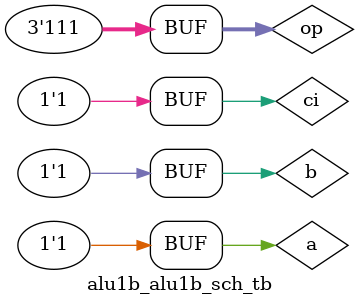
<source format=v>

`timescale 1ns / 1ps

module alu1b_alu1b_sch_tb();

// Inputs
   reg a;
   reg b;
   reg ci;
   reg [2:0] op;

// Output
   wire co;
   wire r;

// Bidirs

// Instantiate the UUT
   alu1b UUT (
		.a(a), 
		.b(b), 
		.ci(ci), 
		.op(op), 
		.co(co), 
		.r(r)
   );
// Initialize Inputs
   initial begin
      ci = 1;
      b = 0;
      a = 0;
		op = 3'b111;
		#100;
		a = 1;
		b = 0;
		#100;
		a = 0;
		b = 1;
		#100;
		a = 1;
		b = 1;
      // Wait 100ns for the simulator to finish initializing
   end
endmodule

</source>
